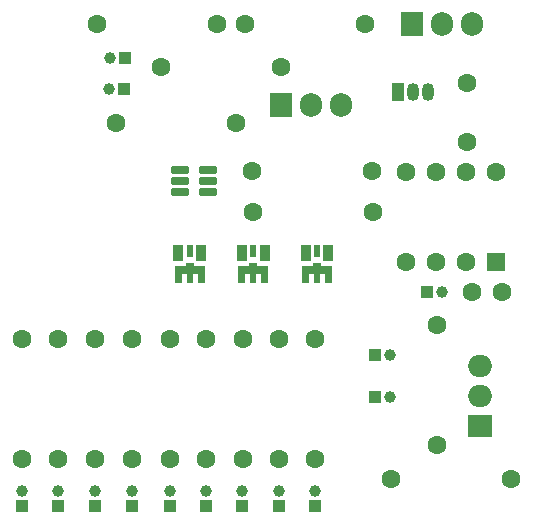
<source format=gbr>
%TF.GenerationSoftware,KiCad,Pcbnew,9.0.2*%
%TF.CreationDate,2025-07-17T21:10:21+02:00*%
%TF.ProjectId,Ligther,4c696774-6865-4722-9e6b-696361645f70,rev?*%
%TF.SameCoordinates,Original*%
%TF.FileFunction,Soldermask,Top*%
%TF.FilePolarity,Negative*%
%FSLAX46Y46*%
G04 Gerber Fmt 4.6, Leading zero omitted, Abs format (unit mm)*
G04 Created by KiCad (PCBNEW 9.0.2) date 2025-07-17 21:10:21*
%MOMM*%
%LPD*%
G01*
G04 APERTURE LIST*
G04 Aperture macros list*
%AMRoundRect*
0 Rectangle with rounded corners*
0 $1 Rounding radius*
0 $2 $3 $4 $5 $6 $7 $8 $9 X,Y pos of 4 corners*
0 Add a 4 corners polygon primitive as box body*
4,1,4,$2,$3,$4,$5,$6,$7,$8,$9,$2,$3,0*
0 Add four circle primitives for the rounded corners*
1,1,$1+$1,$2,$3*
1,1,$1+$1,$4,$5*
1,1,$1+$1,$6,$7*
1,1,$1+$1,$8,$9*
0 Add four rect primitives between the rounded corners*
20,1,$1+$1,$2,$3,$4,$5,0*
20,1,$1+$1,$4,$5,$6,$7,0*
20,1,$1+$1,$6,$7,$8,$9,0*
20,1,$1+$1,$8,$9,$2,$3,0*%
%AMFreePoly0*
4,1,17,0.300000,0.325000,1.250000,0.325000,1.250000,-1.125000,0.650000,-1.125000,0.650000,-0.325000,0.250000,-0.325000,0.250000,-1.125000,-0.250000,-1.125000,-0.250000,-0.325000,-0.650000,-0.325000,-0.650000,-1.125000,-1.250000,-1.125000,-1.250000,0.325000,-0.300000,0.325000,-0.300000,0.575000,0.300000,0.575000,0.300000,0.325000,0.300000,0.325000,$1*%
G04 Aperture macros list end*
%ADD10C,1.600000*%
%ADD11RoundRect,0.150000X0.650000X0.150000X-0.650000X0.150000X-0.650000X-0.150000X0.650000X-0.150000X0*%
%ADD12RoundRect,0.250000X0.550000X-0.550000X0.550000X0.550000X-0.550000X0.550000X-0.550000X-0.550000X0*%
%ADD13O,2.000000X1.905000*%
%ADD14R,2.000000X1.905000*%
%ADD15O,1.050000X1.500000*%
%ADD16R,1.050000X1.500000*%
%ADD17O,1.905000X2.000000*%
%ADD18R,1.905000X2.000000*%
%ADD19C,1.000000*%
%ADD20R,1.000000X1.000000*%
%ADD21FreePoly0,0.000000*%
%ADD22R,0.900000X1.350000*%
%ADD23R,0.500000X1.050000*%
G04 APERTURE END LIST*
D10*
%TO.C,C2*%
X118120000Y-45560000D03*
X118120000Y-40560000D03*
%TD*%
%TO.C,R16*%
X105230000Y-72390000D03*
X105230000Y-62230000D03*
%TD*%
%TO.C,R15*%
X102170000Y-72390000D03*
X102170000Y-62230000D03*
%TD*%
%TO.C,R14*%
X99100000Y-72390000D03*
X99100000Y-62230000D03*
%TD*%
%TO.C,R13*%
X96030000Y-72390000D03*
X96030000Y-62230000D03*
%TD*%
D11*
%TO.C,U2*%
X93830000Y-49850000D03*
X93830000Y-48900000D03*
X93830000Y-47950000D03*
X96130000Y-47950000D03*
X96130000Y-48900000D03*
X96130000Y-49850000D03*
%TD*%
D10*
%TO.C,U1*%
X120580000Y-48120000D03*
X118040000Y-48120000D03*
X115500000Y-48120000D03*
X112960000Y-48120000D03*
X112960000Y-55740000D03*
X115500000Y-55740000D03*
X118040000Y-55740000D03*
D12*
X120580000Y-55740000D03*
%TD*%
D10*
%TO.C,SW1*%
X96960000Y-35620000D03*
X86800000Y-35620000D03*
%TD*%
%TO.C,R12*%
X92950000Y-62230000D03*
X92950000Y-72390000D03*
%TD*%
%TO.C,R11*%
X89750000Y-62230000D03*
X89750000Y-72390000D03*
%TD*%
%TO.C,R10*%
X121790000Y-74160000D03*
X111630000Y-74160000D03*
%TD*%
%TO.C,R9*%
X86640000Y-62230000D03*
X86640000Y-72390000D03*
%TD*%
%TO.C,R8*%
X83500000Y-62230000D03*
X83500000Y-72390000D03*
%TD*%
%TO.C,R7*%
X80430000Y-62230000D03*
X80430000Y-72390000D03*
%TD*%
%TO.C,R6*%
X110130000Y-51480000D03*
X99970000Y-51480000D03*
%TD*%
%TO.C,R5*%
X98500000Y-43990000D03*
X88340000Y-43990000D03*
%TD*%
%TO.C,R4*%
X110010000Y-48070000D03*
X99850000Y-48070000D03*
%TD*%
%TO.C,R3*%
X99280000Y-35610000D03*
X109440000Y-35610000D03*
%TD*%
%TO.C,R2*%
X115540000Y-61050000D03*
X115540000Y-71210000D03*
%TD*%
%TO.C,R1*%
X102320000Y-39220000D03*
X92160000Y-39220000D03*
%TD*%
D13*
%TO.C,Q4*%
X119170000Y-64590000D03*
X119170000Y-67130000D03*
D14*
X119170000Y-69670000D03*
%TD*%
D15*
%TO.C,Q3*%
X114760000Y-41360000D03*
X113490000Y-41360000D03*
D16*
X112220000Y-41360000D03*
%TD*%
D17*
%TO.C,Q2*%
X118540000Y-35570000D03*
X116000000Y-35570000D03*
D18*
X113460000Y-35570000D03*
%TD*%
D17*
%TO.C,Q1*%
X107400000Y-42420000D03*
X104860000Y-42420000D03*
D18*
X102320000Y-42420000D03*
%TD*%
D19*
%TO.C,JP14*%
X111610000Y-67210000D03*
D20*
X110340000Y-67210000D03*
%TD*%
D19*
%TO.C,JP13*%
X111610000Y-63610000D03*
D20*
X110340000Y-63610000D03*
%TD*%
D19*
%TO.C,JP12*%
X87830000Y-38480000D03*
D20*
X89100000Y-38480000D03*
%TD*%
D19*
%TO.C,JP11*%
X87810000Y-41120000D03*
D20*
X89080000Y-41120000D03*
%TD*%
D19*
%TO.C,JP10*%
X105190000Y-75100000D03*
D20*
X105190000Y-76370000D03*
%TD*%
D19*
%TO.C,JP9*%
X102170000Y-75100000D03*
D20*
X102170000Y-76370000D03*
%TD*%
D19*
%TO.C,JP8*%
X99060000Y-75100000D03*
D20*
X99060000Y-76370000D03*
%TD*%
D19*
%TO.C,JP7*%
X95970000Y-75100000D03*
D20*
X95970000Y-76370000D03*
%TD*%
D19*
%TO.C,JP6*%
X92910000Y-75100000D03*
D20*
X92910000Y-76370000D03*
%TD*%
D19*
%TO.C,JP5*%
X89690000Y-75100000D03*
D20*
X89690000Y-76370000D03*
%TD*%
D19*
%TO.C,JP4*%
X86620000Y-75100000D03*
D20*
X86620000Y-76370000D03*
%TD*%
D19*
%TO.C,JP3*%
X83490000Y-75100000D03*
D20*
X83490000Y-76370000D03*
%TD*%
D19*
%TO.C,JP2*%
X80450000Y-75100000D03*
D20*
X80450000Y-76370000D03*
%TD*%
D19*
%TO.C,JP1*%
X115975000Y-58250000D03*
D20*
X114705000Y-58250000D03*
%TD*%
D21*
%TO.C,D3*%
X94600000Y-56450000D03*
D22*
X95550000Y-55000000D03*
D23*
X94600000Y-54850000D03*
D22*
X93650000Y-55000000D03*
%TD*%
D21*
%TO.C,D2*%
X105380000Y-56450000D03*
D22*
X106330000Y-55000000D03*
D23*
X105380000Y-54850000D03*
D22*
X104430000Y-55000000D03*
%TD*%
D21*
%TO.C,D1*%
X100000000Y-56450000D03*
D22*
X100950000Y-55000000D03*
D23*
X100000000Y-54850000D03*
D22*
X99050000Y-55000000D03*
%TD*%
D10*
%TO.C,C1*%
X121020000Y-58270000D03*
X118520000Y-58270000D03*
%TD*%
M02*

</source>
